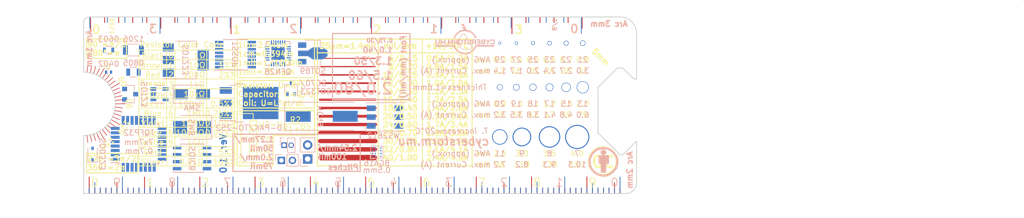
<source format=kicad_pcb>
(kicad_pcb (version 20171130) (host pcbnew "(5.1.2)-1")
  (title_block (title PCBrulerS) (date 2017-06-14) (rev 1.0) (company "(C) J. Boehmer (JBtronics)") (comment 1 "Licensed under CC BY 3.0"))
  (layers (0 F.Cu signal) (31 B.Cu signal) (34 B.Paste user) (35 F.Paste user) (36 B.SilkS user) (37 F.SilkS user) (38 B.Mask user) (39 F.Mask user) (44 Edge.Cuts user))
  (net 0 "")
  (module logo:minicyberstorm4 (layer B.Cu) (at 153.96 102.02 180)
    (fp_text reference G*** hide)
    (fp_text value LOGO hide)
  )
  (module PCBRulers:Symbol_CC-Attribution_SilkTop_Small (layer B.Cu) (at 179 124.25 180)
    (fp_text reference REF** hide)
    (fp_text value Symbol_CC-Attribution_CopperTop_Small)
  )
  (module PCBRulers:Symbol_CreativeCommons_SilkTop_Type2_Small (layer F.Cu) (at 178.75 124.25)
    (fp_text reference REF** hide)
    (fp_text value Symbol_CreativeCommons_CopperTop_Type2_Small)
  )
  (module Housings_BGA:BGA-16_4x4_1.92x1.92mm_Pitch0.5mm (layer B.Cu) (at 138 122.5)
    (fp_text reference BGA16 (at 0 2) (layer B.SilkS) (effects (justify mirror)))
    (fp_text value BGA-16_4x4_1.92x1.92mm_Pitch0.5mm)
    (pad D4 smd circle (at 0.75 -0.75) (size 0.25 0.25) (layers B.Cu B.Paste B.Mask))
    (pad C4 smd circle (at 0.75 -0.25) (size 0.25 0.25) (layers B.Cu B.Paste B.Mask))
    (pad B4 smd circle (at 0.75 0.25) (size 0.25 0.25) (layers B.Cu B.Paste B.Mask))
    (pad A4 smd circle (at 0.75 0.75) (size 0.25 0.25) (layers B.Cu B.Paste B.Mask))
    (pad D3 smd circle (at 0.25 -0.75) (size 0.25 0.25) (layers B.Cu B.Paste B.Mask))
    (pad C3 smd circle (at 0.25 -0.25) (size 0.25 0.25) (layers B.Cu B.Paste B.Mask))
    (pad B3 smd circle (at 0.25 0.25) (size 0.25 0.25) (layers B.Cu B.Paste B.Mask))
    (pad A3 smd circle (at 0.25 0.75) (size 0.25 0.25) (layers B.Cu B.Paste B.Mask))
    (pad D2 smd circle (at -0.25 -0.75) (size 0.25 0.25) (layers B.Cu B.Paste B.Mask))
    (pad C2 smd circle (at -0.25 -0.25) (size 0.25 0.25) (layers B.Cu B.Paste B.Mask))
    (pad B2 smd circle (at -0.25 0.25) (size 0.25 0.25) (layers B.Cu B.Paste B.Mask))
    (pad A2 smd circle (at -0.25 0.75) (size 0.25 0.25) (layers B.Cu B.Paste B.Mask))
    (pad D1 smd circle (at -0.75 -0.75) (size 0.25 0.25) (layers B.Cu B.Paste B.Mask))
    (pad C1 smd circle (at -0.75 -0.25) (size 0.25 0.25) (layers B.Cu B.Paste B.Mask))
    (pad B1 smd circle (at -0.75 0.25) (size 0.25 0.25) (layers B.Cu B.Paste B.Mask))
    (pad A1 smd circle (at -0.75 0.75) (size 0.25 0.25) (layers B.Cu B.Paste B.Mask))
  )
  (module LEDs:LED_WS2812-PLCC6 (layer B.Cu) (at 139.5 116.15)
    (fp_text reference WS2812 (at -0.3 3.39) (layer B.SilkS) (effects (justify mirror)))
    (fp_text value LED_WS2812-PLCC6)
    (pad 4 smd rect (at 2.5 -1.6) (size 1.6 1) (layers B.Cu B.Paste B.Mask))
    (pad 5 smd rect (at 2.5 0) (size 1.6 1) (layers B.Cu B.Paste B.Mask))
    (pad 6 smd rect (at 2.5 1.6) (size 1.6 1) (layers B.Cu B.Paste B.Mask))
    (pad 3 smd rect (at -2.5 -1.6) (size 1.6 1) (layers B.Cu B.Paste B.Mask))
    (pad 2 smd rect (at -2.5 0) (size 1.6 1) (layers B.Cu B.Paste B.Mask))
    (pad 1 smd rect (at -2.5 1.6) (size 1.6 1) (layers B.Cu B.Paste B.Mask))
  )
  (module TO_SOT_Packages_SMD:SOT-323_SC-70 (layer B.Cu) (at 122.5 111 90)
    (fp_text reference SC70/ (at 1 4 180) (layer B.SilkS) (effects (justify mirror)))
    (fp_text value SOT-323_SC-70)
    (pad 1 smd rect (at -1 0.65 180) (size 0.45 0.7) (layers B.Cu B.Paste B.Mask))
    (pad 2 smd rect (at -1 -0.65 180) (size 0.45 0.7) (layers B.Cu B.Paste B.Mask))
    (pad 3 smd rect (at 1 0 180) (size 0.45 0.7) (layers B.Cu B.Paste B.Mask))
  )
  (module TO_SOT_Packages_SMD:SOT-89-3 (layer B.Cu) (at 126 104.6)
    (fp_text reference SOT89 (at 0.45 3.2) (layer B.SilkS) (effects (justify mirror)))
    (fp_text value SOT-89-3)
    (pad 2 smd trapezoid (at 2.667 0 90) (size 1.6 0.85) (rect_delta 0 -0.6) (layers B.Cu B.Paste B.Mask))
    (pad 1 smd rect (at -1.48 1.5 90) (size 1 1.5) (layers B.Cu B.Paste B.Mask))
    (pad 2 smd rect (at -1.3335 0 90) (size 1 1.8) (layers B.Cu B.Paste B.Mask))
    (pad 3 smd rect (at -1.48 -1.5 90) (size 1 1.5) (layers B.Cu B.Paste B.Mask))
    (pad 2 smd rect (at 1.3335 0 90) (size 2.2 1.84) (layers B.Cu B.Paste B.Mask))
    (pad 2 smd trapezoid (at -0.0762 0 270) (size 1.5 1) (rect_delta 0 -0.7) (layers B.Cu B.Paste B.Mask))
  )
  (module Housings_DFN_QFN:QFN-28-1EP_4x4mm_Pitch0.4mm (layer B.Cu) (at 120.15 104.6)
    (fp_text reference QFN28 (at 0 3.35) (layer B.SilkS) (effects (justify mirror)))
    (fp_text value QFN-28-1EP_4x4mm_Pitch0.4mm)
    (pad 1 smd rect (at -1.95 1.2) (size 0.8 0.2) (layers B.Cu B.Paste B.Mask))
    (pad 2 smd rect (at -1.95 0.8) (size 0.8 0.2) (layers B.Cu B.Paste B.Mask))
    (pad 3 smd rect (at -1.95 0.4) (size 0.8 0.2) (layers B.Cu B.Paste B.Mask))
    (pad 4 smd rect (at -1.95 0) (size 0.8 0.2) (layers B.Cu B.Paste B.Mask))
    (pad 5 smd rect (at -1.95 -0.4) (size 0.8 0.2) (layers B.Cu B.Paste B.Mask))
    (pad 6 smd rect (at -1.95 -0.8) (size 0.8 0.2) (layers B.Cu B.Paste B.Mask))
    (pad 7 smd rect (at -1.95 -1.2) (size 0.8 0.2) (layers B.Cu B.Paste B.Mask))
    (pad 8 smd rect (at -1.2 -1.95 270) (size 0.8 0.2) (layers B.Cu B.Paste B.Mask))
    (pad 9 smd rect (at -0.8 -1.95 270) (size 0.8 0.2) (layers B.Cu B.Paste B.Mask))
    (pad 10 smd rect (at -0.4 -1.95 270) (size 0.8 0.2) (layers B.Cu B.Paste B.Mask))
    (pad 11 smd rect (at 0 -1.95 270) (size 0.8 0.2) (layers B.Cu B.Paste B.Mask))
    (pad 12 smd rect (at 0.4 -1.95 270) (size 0.8 0.2) (layers B.Cu B.Paste B.Mask))
    (pad 13 smd rect (at 0.8 -1.95 270) (size 0.8 0.2) (layers B.Cu B.Paste B.Mask))
    (pad 14 smd rect (at 1.2 -1.95 270) (size 0.8 0.2) (layers B.Cu B.Paste B.Mask))
    (pad 15 smd rect (at 1.95 -1.2) (size 0.8 0.2) (layers B.Cu B.Paste B.Mask))
    (pad 16 smd rect (at 1.95 -0.8) (size 0.8 0.2) (layers B.Cu B.Paste B.Mask))
    (pad 17 smd rect (at 1.95 -0.4) (size 0.8 0.2) (layers B.Cu B.Paste B.Mask))
    (pad 18 smd rect (at 1.95 0) (size 0.8 0.2) (layers B.Cu B.Paste B.Mask))
    (pad 19 smd rect (at 1.95 0.4) (size 0.8 0.2) (layers B.Cu B.Paste B.Mask))
    (pad 20 smd rect (at 1.95 0.8) (size 0.8 0.2) (layers B.Cu B.Paste B.Mask))
    (pad 21 smd rect (at 1.95 1.2) (size 0.8 0.2) (layers B.Cu B.Paste B.Mask))
    (pad 22 smd rect (at 1.2 1.95 270) (size 0.8 0.2) (layers B.Cu B.Paste B.Mask))
    (pad 23 smd rect (at 0.8 1.95 270) (size 0.8 0.2) (layers B.Cu B.Paste B.Mask))
    (pad 24 smd rect (at 0.4 1.95 270) (size 0.8 0.2) (layers B.Cu B.Paste B.Mask))
    (pad 25 smd rect (at 0 1.95 270) (size 0.8 0.2) (layers B.Cu B.Paste B.Mask))
    (pad 26 smd rect (at -0.4 1.95 270) (size 0.8 0.2) (layers B.Cu B.Paste B.Mask))
    (pad 27 smd rect (at -0.8 1.95 270) (size 0.8 0.2) (layers B.Cu B.Paste B.Mask))
    (pad 28 smd rect (at -1.2 1.95 270) (size 0.8 0.2) (layers B.Cu B.Paste B.Mask))
    (pad 29 smd rect (at 0.6 -0.6) (size 1.2 1.2) (layers B.Cu B.Paste B.Mask))
    (pad 29 smd rect (at 0.6 0.6) (size 1.2 1.2) (layers B.Cu B.Paste B.Mask))
    (pad 29 smd rect (at -0.6 -0.6) (size 1.2 1.2) (layers B.Cu B.Paste B.Mask))
    (pad 29 smd rect (at -0.6 0.6) (size 1.2 1.2) (layers B.Cu B.Paste B.Mask))
  )
  (module Housings_QFP:TQFP-32_7x7mm_Pitch0.8mm (layer B.Cu) (at 94.95 121)
    (fp_text reference TQFP32 (at 0.05 -2) (layer B.SilkS) (effects (justify mirror)))
    (fp_text value TQFP-32_7x7mm_Pitch0.8mm)
    (pad 1 smd rect (at -4.25 2.8) (size 1.6 0.55) (layers B.Cu B.Paste B.Mask))
    (pad 2 smd rect (at -4.25 2) (size 1.6 0.55) (layers B.Cu B.Paste B.Mask))
    (pad 3 smd rect (at -4.25 1.2) (size 1.6 0.55) (layers B.Cu B.Paste B.Mask))
    (pad 4 smd rect (at -4.25 0.4) (size 1.6 0.55) (layers B.Cu B.Paste B.Mask))
    (pad 5 smd rect (at -4.25 -0.4) (size 1.6 0.55) (layers B.Cu B.Paste B.Mask))
    (pad 6 smd rect (at -4.25 -1.2) (size 1.6 0.55) (layers B.Cu B.Paste B.Mask))
    (pad 7 smd rect (at -4.25 -2) (size 1.6 0.55) (layers B.Cu B.Paste B.Mask))
    (pad 8 smd rect (at -4.25 -2.8) (size 1.6 0.55) (layers B.Cu B.Paste B.Mask))
    (pad 9 smd rect (at -2.8 -4.25 270) (size 1.6 0.55) (layers B.Cu B.Paste B.Mask))
    (pad 10 smd rect (at -2 -4.25 270) (size 1.6 0.55) (layers B.Cu B.Paste B.Mask))
    (pad 11 smd rect (at -1.2 -4.25 270) (size 1.6 0.55) (layers B.Cu B.Paste B.Mask))
    (pad 12 smd rect (at -0.4 -4.25 270) (size 1.6 0.55) (layers B.Cu B.Paste B.Mask))
    (pad 13 smd rect (at 0.4 -4.25 270) (size 1.6 0.55) (layers B.Cu B.Paste B.Mask))
    (pad 14 smd rect (at 1.2 -4.25 270) (size 1.6 0.55) (layers B.Cu B.Paste B.Mask))
    (pad 15 smd rect (at 2 -4.25 270) (size 1.6 0.55) (layers B.Cu B.Paste B.Mask))
    (pad 16 smd rect (at 2.8 -4.25 270) (size 1.6 0.55) (layers B.Cu B.Paste B.Mask))
    (pad 17 smd rect (at 4.25 -2.8) (size 1.6 0.55) (layers B.Cu B.Paste B.Mask))
    (pad 18 smd rect (at 4.25 -2) (size 1.6 0.55) (layers B.Cu B.Paste B.Mask))
    (pad 19 smd rect (at 4.25 -1.2) (size 1.6 0.55) (layers B.Cu B.Paste B.Mask))
    (pad 20 smd rect (at 4.25 -0.4) (size 1.6 0.55) (layers B.Cu B.Paste B.Mask))
    (pad 21 smd rect (at 4.25 0.4) (size 1.6 0.55) (layers B.Cu B.Paste B.Mask))
    (pad 22 smd rect (at 4.25 1.2) (size 1.6 0.55) (layers B.Cu B.Paste B.Mask))
    (pad 23 smd rect (at 4.25 2) (size 1.6 0.55) (layers B.Cu B.Paste B.Mask))
    (pad 24 smd rect (at 4.25 2.8) (size 1.6 0.55) (layers B.Cu B.Paste B.Mask))
    (pad 25 smd rect (at 2.8 4.25 270) (size 1.6 0.55) (layers B.Cu B.Paste B.Mask))
    (pad 26 smd rect (at 2 4.25 270) (size 1.6 0.55) (layers B.Cu B.Paste B.Mask))
    (pad 27 smd rect (at 1.2 4.25 270) (size 1.6 0.55) (layers B.Cu B.Paste B.Mask))
    (pad 28 smd rect (at 0.4 4.25 270) (size 1.6 0.55) (layers B.Cu B.Paste B.Mask))
    (pad 29 smd rect (at -0.4 4.25 270) (size 1.6 0.55) (layers B.Cu B.Paste B.Mask))
    (pad 30 smd rect (at -1.2 4.25 270) (size 1.6 0.55) (layers B.Cu B.Paste B.Mask))
    (pad 31 smd rect (at -2 4.25 270) (size 1.6 0.55) (layers B.Cu B.Paste B.Mask))
    (pad 32 smd rect (at -2.8 4.25 270) (size 1.6 0.55) (layers B.Cu B.Paste B.Mask))
  )
  (module Housings_SOIC:SOIC-8_3.9x4.9mm_Pitch1.27mm (layer B.Cu) (at 104.6 123.6)
    (fp_text reference SOIC8 (at 0.05 0.05 90) (layer B.SilkS) (effects (justify mirror)))
    (fp_text value SOIC-8_3.9x4.9mm_Pitch1.27mm)
    (pad 1 smd rect (at -2.7 1.905) (size 1.55 0.6) (layers B.Cu B.Paste B.Mask))
    (pad 2 smd rect (at -2.7 0.635) (size 1.55 0.6) (layers B.Cu B.Paste B.Mask))
    (pad 3 smd rect (at -2.7 -0.635) (size 1.55 0.6) (layers B.Cu B.Paste B.Mask))
    (pad 4 smd rect (at -2.7 -1.905) (size 1.55 0.6) (layers B.Cu B.Paste B.Mask))
    (pad 5 smd rect (at 2.7 -1.905) (size 1.55 0.6) (layers B.Cu B.Paste B.Mask))
    (pad 6 smd rect (at 2.7 -0.635) (size 1.55 0.6) (layers B.Cu B.Paste B.Mask))
    (pad 7 smd rect (at 2.7 0.635) (size 1.55 0.6) (layers B.Cu B.Paste B.Mask))
    (pad 8 smd rect (at 2.7 1.905) (size 1.55 0.6) (layers B.Cu B.Paste B.Mask))
  )
  (module TO_SOT_Packages_SMD:TO-252-3_TabPin2 (layer B.Cu) (at 114.9 113.6)
    (fp_text reference D-PAK/TO-252 (at 0 4.5) (layer B.SilkS) (effects (justify mirror)))
    (fp_text value TO-252-3_TabPin2)
    (pad 1 smd rect (at -4.2 2.28) (size 2.2 1.2) (layers B.Cu B.Paste B.Mask))
    (pad 2 smd rect (at -4.2 0) (size 2.2 1.2) (layers B.Cu B.Paste B.Mask))
    (pad 3 smd rect (at -4.2 -2.28) (size 2.2 1.2) (layers B.Cu B.Paste B.Mask))
    (pad 2 smd rect (at 2.1 0) (size 6.4 5.8) (layers B.Cu B.Mask))
    (pad 2 smd rect (at 3.775 -1.525) (size 3.05 2.75) (layers B.Cu B.Paste))
    (pad 2 smd rect (at 0.425 1.525) (size 3.05 2.75) (layers B.Cu B.Paste))
    (pad 2 smd rect (at 3.775 1.525) (size 3.05 2.75) (layers B.Cu B.Paste))
    (pad 2 smd rect (at 0.425 -1.525) (size 3.05 2.75) (layers B.Cu B.Paste))
  )
  (module Crystals:Crystal_SMD_HC49-SD (layer B.Cu) (at 128.05 116)
    (fp_text reference HC49 (at -0.25 0 90) (layer B.SilkS) (effects (justify mirror)))
    (fp_text value Crystal_SMD_HC49-SD)
    (pad 1 smd rect (at -4.25 0) (size 4.5 2) (layers B.Cu B.Paste B.Mask))
    (pad 2 smd rect (at 4.25 0) (size 4.5 2) (layers B.Cu B.Paste B.Mask))
  )
  (module TO_SOT_Packages_SMD:SOT-23-5 (layer B.Cu) (at 98.7 112)
    (fp_text reference SOT23-5 hide)
    (fp_text value SOT-23-5)
    (pad 1 smd rect (at -1.1 0.95) (size 1.06 0.65) (layers B.Cu B.Paste B.Mask))
    (pad 2 smd rect (at -1.1 0) (size 1.06 0.65) (layers B.Cu B.Paste B.Mask))
    (pad 3 smd rect (at -1.1 -0.95) (size 1.06 0.65) (layers B.Cu B.Paste B.Mask))
    (pad 4 smd rect (at 1.1 -0.95) (size 1.06 0.65) (layers B.Cu B.Paste B.Mask))
    (pad 5 smd rect (at 1.1 0.95) (size 1.06 0.65) (layers B.Cu B.Paste B.Mask))
  )
  (module TO_SOT_Packages_SMD:SOT-23 (layer B.Cu) (at 93.4 112)
    (fp_text reference SOT23 (at 2.6 0 90) (layer B.SilkS) (effects (justify mirror)))
    (fp_text value SOT-23)
    (pad 1 smd rect (at -1 0.95) (size 0.9 0.8) (layers B.Cu B.Paste B.Mask))
    (pad 2 smd rect (at -1 -0.95) (size 0.9 0.8) (layers B.Cu B.Paste B.Mask))
    (pad 3 smd rect (at 1 0) (size 0.9 0.8) (layers B.Cu B.Paste B.Mask))
  )
  (module TO_SOT_Packages_SMD:SOT-223 (layer B.Cu) (at 103.45 105.8)
    (fp_text reference SOT223 (at 0 0 90) (layer B.SilkS) (effects (justify mirror)))
    (fp_text value SOT-223)
    (pad 4 smd rect (at 3.15 0) (size 2 3.8) (layers B.Cu B.Paste B.Mask))
    (pad 2 smd rect (at -3.15 0) (size 2 1.5) (layers B.Cu B.Paste B.Mask))
    (pad 3 smd rect (at -3.15 -2.3) (size 2 1.5) (layers B.Cu B.Paste B.Mask))
    (pad 1 smd rect (at -3.15 2.3) (size 2 1.5) (layers B.Cu B.Paste B.Mask))
  )
  (module Diodes_SMD:D_SMB (layer B.Cu) (at 104.6 118 180)
    (fp_text reference SMB (at 0 0 270) (layer B.SilkS) (effects (justify mirror)))
    (fp_text value D_SMB)
    (pad 1 smd rect (at -2.15 0 180) (size 2.5 2.3) (layers B.Cu B.Paste B.Mask))
    (pad 2 smd rect (at 2.15 0 180) (size 2.5 2.3) (layers B.Cu B.Paste B.Mask))
  )
  (module Diodes_SMD:D_SMA (layer B.Cu) (at 104.6 112)
    (fp_text reference SMA (at 0 2.5) (layer B.SilkS) (effects (justify mirror)))
    (fp_text value D_SMA)
    (pad 1 smd rect (at -2 0) (size 2.5 1.8) (layers B.Cu B.Paste B.Mask))
    (pad 2 smd rect (at 2 0) (size 2.5 1.8) (layers B.Cu B.Paste B.Mask))
  )
  (module Diodes_SMD:D_SOD-323 (layer B.Cu) (at 86.6 122.85 90)
    (fp_text reference SOD323 (at 0 1.85 90) (layer B.SilkS) (effects (justify mirror)))
    (fp_text value D_SOD-323)
    (pad 1 smd rect (at -1.05 0 90) (size 0.6 0.45) (layers B.Cu B.Paste B.Mask))
    (pad 2 smd rect (at 1.05 0 90) (size 0.6 0.45) (layers B.Cu B.Paste B.Mask))
  )
  (module PCBRulers:Drills (layer F.Cu) (at 165.25 98.75)
    (fp_text reference REF** hide)
    (fp_text value Drills hide)
    (fp_text user "T. increase=20°C" (at -13.66 19.92) (layer B.SilkS) (effects (font (thickness 0.15) italic) (justify mirror)))
    (fp_text user Thickness=1.6mm (at -14 12) (layer B.SilkS) (effects (font (thickness 0.15) italic) (justify mirror)))
    (fp_text user "max. Current (A)" (at -13 26) (layer B.SilkS) (effects (justify mirror)))
    (fp_text user "max. Current (A)" (at -13 17) (layer B.SilkS) (effects (justify mirror)))
    (fp_text user 10.3 (at 9 26) (layer B.SilkS) (effects (justify mirror)))
    (fp_text user 9.3 (at 4 26) (layer B.SilkS) (effects (justify mirror)))
    (fp_text user 6.0 (at 10 17) (layer B.SilkS) (effects (justify mirror)))
    (fp_text user 8.2 (at -1 26) (layer B.SilkS) (effects (justify mirror)))
    (fp_text user 7.2 (at -5 26) (layer B.SilkS) (effects (justify mirror)))
    (fp_text user 4.8 (at 7 17) (layer B.SilkS) (effects (justify mirror)))
    (fp_text user 4.1 (at 4 17) (layer B.SilkS) (effects (justify mirror)))
    (fp_text user 3.8 (at 1 17) (layer B.SilkS) (effects (justify mirror)))
    (fp_text user 3.5 (at -2 17) (layer B.SilkS) (effects (justify mirror)))
    (fp_text user 3.2 (at -5 17) (layer B.SilkS) (effects (justify mirror)))
    (fp_text user 3.0 (at 10 9) (layer B.SilkS) (effects (justify mirror)))
    (fp_text user 2.7 (at 7 9) (layer B.SilkS) (effects (justify mirror)))
    (fp_text user 2.4 (at 4 9) (layer B.SilkS) (effects (justify mirror)))
    (fp_text user 2.0 (at 1 9) (layer B.SilkS) (effects (justify mirror)))
    (fp_text user 1.7 (at -2 9) (layer B.SilkS) (effects (justify mirror)))
    (fp_text user 1.4 (at -5 9) (layer B.SilkS) (effects (justify mirror)))
    (fp_text user "max. Current (A)" (at -13 9) (layer B.SilkS) (effects (justify mirror)))
    (fp_text user 11 (at -5 24) (layer B.SilkS) (effects (justify mirror)))
    (fp_text user 9 (at -1 24) (layer B.SilkS) (effects (justify mirror)))
    (fp_text user 8 (at 4 24) (layer B.SilkS) (effects (justify mirror)))
    (fp_text user 7 (at 9 24) (layer B.SilkS) (effects (justify mirror)))
    (fp_text user "AWG (approx.)" (at -12 24) (layer B.SilkS) (effects (justify mirror)))
    (fp_text user 20 (at -5 15) (layer B.SilkS) (effects (justify mirror)))
    (fp_text user 19 (at -2 15) (layer B.SilkS) (effects (justify mirror)))
    (fp_text user 18 (at 1 15) (layer B.SilkS) (effects (justify mirror)))
    (fp_text user 17 (at 4 15) (layer B.SilkS) (effects (justify mirror)))
    (fp_text user 15 (at 7 15) (layer B.SilkS) (effects (justify mirror)))
    (fp_text user 13 (at 10 15) (layer B.SilkS) (effects (justify mirror)))
    (fp_text user "AWG (approx.)" (at -12 15) (layer B.SilkS) (effects (justify mirror)))
    (fp_text user 29 (at -5 7) (layer B.SilkS) (effects (justify mirror)))
    (fp_text user 27 (at -2 7) (layer B.SilkS) (effects (justify mirror)))
    (fp_text user 25 (at 1 7) (layer B.SilkS) (effects (justify mirror)))
    (fp_text user 23 (at 4 7) (layer B.SilkS) (effects (justify mirror)))
    (fp_text user 22 (at 7 7) (layer B.SilkS) (effects (justify mirror)))
    (fp_text user 21 (at 10 7) (layer B.SilkS) (effects (justify mirror)))
    (fp_text user "AWG (approx.)" (at -12 7) (layer B.SilkS) (effects (justify mirror)))
    (fp_text user mm (at -8 15) (layer F.SilkS))
    (fp_text user mil (at -8 17) (layer F.SilkS))
    (fp_text user 157 (at 9 26) (layer F.SilkS))
    (fp_text user 4.0 (at 9 24) (layer F.SilkS))
    (fp_text user 138 (at 4 26) (layer F.SilkS))
    (fp_text user 3.5 (at 4 24) (layer F.SilkS))
    (fp_text user 118 (at -1 26) (layer F.SilkS))
    (fp_text user 3.0 (at -1 24) (layer F.SilkS))
    (fp_text user 98 (at -5 26) (layer F.SilkS))
    (fp_text user 2.5 (at -5 24) (layer F.SilkS))
    (fp_text user 2.0 (at 10 15) (layer F.SilkS))
    (fp_text user 79 (at 10 17) (layer F.SilkS))
    (fp_text user 1.5 (at 7 15) (layer F.SilkS))
    (fp_text user 59 (at 7 17) (layer F.SilkS))
    (fp_text user 1.2 (at 4 15) (layer F.SilkS))
    (fp_text user 47 (at 4 17) (layer F.SilkS))
    (fp_text user 1.1 (at 1 15) (layer F.SilkS))
    (fp_text user 43 (at 1 17) (layer F.SilkS))
    (fp_text user mm (at -8 24) (layer F.SilkS))
    (fp_text user mil (at -8 26) (layer F.SilkS))
    (fp_text user 1.0 (at -2 15) (layer F.SilkS))
    (fp_text user 39 (at -2 17) (layer F.SilkS))
    (fp_text user 35 (at -5 17) (layer F.SilkS))
    (fp_text user 0.9 (at -5 15) (layer F.SilkS))
    (fp_text user 31 (at 10 9) (layer F.SilkS))
    (fp_text user 0.8 (at 10 7) (layer F.SilkS))
    (fp_text user 0.7 (at 7 7) (layer F.SilkS))
    (fp_text user 28 (at 7 9) (layer F.SilkS))
    (fp_text user 0.6 (at 4 7) (layer F.SilkS))
    (fp_text user 24 (at 4 9) (layer F.SilkS))
    (fp_text user 0.5 (at 1 7) (layer F.SilkS))
    (fp_text user 20 (at 1 9) (layer F.SilkS))
    (fp_text user 0.4 (at -2 7) (layer F.SilkS))
    (fp_text user 16 (at -2 9) (layer F.SilkS))
    (fp_text user 12 (at -5 9) (layer F.SilkS))
    (fp_text user 0.3 (at -5 7) (layer F.SilkS))
    (fp_text user mil (at -8 9) (layer F.SilkS))
    (fp_text user mm (at -8 7) (layer F.SilkS))
    (pad "" np_thru_hole circle (at 9 21) (size 4.4 4.4) (drill 4) (layers B.Cu B.Mask))
    (pad "" np_thru_hole circle (at 4 21) (size 3.9 3.9) (drill 3.5) (layers B.Cu B.Mask))
    (pad "" np_thru_hole circle (at 1 12) (size 1.3 1.3) (drill 1.1) (layers B.Cu B.Mask))
    (pad "" np_thru_hole circle (at -2 12) (size 1.2 1.2) (drill 1) (layers B.Cu B.Mask))
    (pad "" np_thru_hole circle (at -1 21) (size 3.4 3.4) (drill 3) (layers B.Cu B.Mask))
    (pad "" np_thru_hole circle (at -5 21) (size 2.8 2.8) (drill 2.5) (layers B.Cu B.Mask))
    (pad "" np_thru_hole circle (at 10 12) (size 2.2 2.2) (drill 2) (layers B.Cu B.Mask))
    (pad "" np_thru_hole circle (at 7 12) (size 1.7 1.7) (drill 1.5) (layers B.Cu B.Mask))
    (pad "" np_thru_hole circle (at 4 12) (size 1.4 1.4) (drill 1.2) (layers B.Cu B.Mask))
    (pad "" np_thru_hole circle (at -5 12) (size 1.1 1.1) (drill 0.9) (layers B.Cu B.Mask))
    (pad "" np_thru_hole circle (at 10 4) (size 1 1) (drill 0.8) (layers B.Cu B.Mask))
    (pad "" np_thru_hole circle (at 7 4) (size 0.9 0.9) (drill 0.7) (layers B.Cu B.Mask))
    (pad "" np_thru_hole circle (at 4 4) (size 0.8 0.8) (drill 0.6) (layers B.Cu B.Mask))
    (pad "" np_thru_hole circle (at 1 4) (size 0.7 0.7) (drill 0.5) (layers B.Cu B.Mask))
    (pad "" np_thru_hole circle (at -2 4) (size 0.6 0.6) (drill 0.4) (layers B.Cu B.Mask))
    (pad "" np_thru_hole circle (at -5 4) (size 0.5 0.5) (drill 0.3048) (layers B.Cu B.Mask))
  )
  (module Housings_SSOP:TSSOP-16_4.4x5mm_Pitch0.65mm (layer B.Cu) (at 112.45 104.825)
    (fp_text reference TSSOP (at 0 0 90) (layer B.SilkS) (effects (justify mirror)))
    (fp_text value TSSOP-16_4.4x5mm_Pitch0.65mm)
    (pad 1 smd rect (at -2.95 2.275) (size 1.5 0.45) (layers B.Cu B.Paste B.Mask))
    (pad 2 smd rect (at -2.95 1.625) (size 1.5 0.45) (layers B.Cu B.Paste B.Mask))
    (pad 3 smd rect (at -2.95 0.975) (size 1.5 0.45) (layers B.Cu B.Paste B.Mask))
    (pad 4 smd rect (at -2.95 0.325) (size 1.5 0.45) (layers B.Cu B.Paste B.Mask))
    (pad 5 smd rect (at -2.95 -0.325) (size 1.5 0.45) (layers B.Cu B.Paste B.Mask))
    (pad 6 smd rect (at -2.95 -0.975) (size 1.5 0.45) (layers B.Cu B.Paste B.Mask))
    (pad 7 smd rect (at -2.95 -1.625) (size 1.5 0.45) (layers B.Cu B.Paste B.Mask))
    (pad 8 smd rect (at -2.95 -2.275) (size 1.5 0.45) (layers B.Cu B.Paste B.Mask))
    (pad 9 smd rect (at 2.95 -2.275) (size 1.5 0.45) (layers B.Cu B.Paste B.Mask))
    (pad 10 smd rect (at 2.95 -1.625) (size 1.5 0.45) (layers B.Cu B.Paste B.Mask))
    (pad 11 smd rect (at 2.95 -0.975) (size 1.5 0.45) (layers B.Cu B.Paste B.Mask))
    (pad 12 smd rect (at 2.95 -0.325) (size 1.5 0.45) (layers B.Cu B.Paste B.Mask))
    (pad 13 smd rect (at 2.95 0.325) (size 1.5 0.45) (layers B.Cu B.Paste B.Mask))
    (pad 14 smd rect (at 2.95 0.975) (size 1.5 0.45) (layers B.Cu B.Paste B.Mask))
    (pad 15 smd rect (at 2.95 1.625) (size 1.5 0.45) (layers B.Cu B.Paste B.Mask))
    (pad 16 smd rect (at 2.95 2.275) (size 1.5 0.45) (layers B.Cu B.Paste B.Mask))
  )
  (module Resistors_SMD:R_0402 (layer B.Cu) (at 89.5 108)
    (fp_text reference 0402 (at 0 -1.5) (layer B.SilkS) (effects (justify mirror)))
    (fp_text value R_0402)
    (pad 1 smd rect (at -0.45 0) (size 0.4 0.6) (layers B.Cu B.Paste B.Mask))
    (pad 2 smd rect (at 0.45 0) (size 0.4 0.6) (layers B.Cu B.Paste B.Mask))
  )
  (module Resistors_SMD:R_0603 (layer B.Cu) (at 89.5 104)
    (fp_text reference 0603 (at 0 -2) (layer B.SilkS) (effects (justify mirror)))
    (fp_text value R_0603)
    (pad 1 smd rect (at -0.75 0) (size 0.5 0.9) (layers B.Cu B.Paste B.Mask))
    (pad 2 smd rect (at 0.75 0) (size 0.5 0.9) (layers B.Cu B.Paste B.Mask))
  )
  (module Resistors_SMD:R_0805 (layer B.Cu) (at 94 108 180)
    (fp_text reference 0805 (at 0 1.65 180) (layer B.SilkS) (effects (justify mirror)))
    (fp_text value R_0805)
    (pad 1 smd rect (at -0.95 0 180) (size 0.7 1.3) (layers B.Cu B.Paste B.Mask))
    (pad 2 smd rect (at 0.95 0 180) (size 0.7 1.3) (layers B.Cu B.Paste B.Mask))
  )
  (module Resistors_SMD:R_1206 (layer B.Cu) (at 94 104 180)
    (fp_text reference 1206 (at 0 2 180) (layer B.SilkS) (effects (justify mirror)))
    (fp_text value R_1206 hide)
    (pad 1 smd rect (at -1.45 0 180) (size 0.9 1.7) (layers B.Cu B.Paste B.Mask))
    (pad 2 smd rect (at 1.45 0 180) (size 0.9 1.7) (layers B.Cu B.Paste B.Mask))
  )
  (module PCBRulers:Pitch2.00mm (layer B.Cu) (at 120.75 124 270)
    (fp_text reference REF** hide)
    (fp_text value Pin_Header_Straight_1x02_Pitch2.00mm hide)
    (pad 2 thru_hole oval (at 0 -2 270) (size 1.35 1.35) (drill 0.8) (layers *.Cu *.Mask))
    (pad 1 thru_hole rect (at 0 0 270) (size 1.35 1.35) (drill 0.8) (layers *.Cu *.Mask))
  )
  (module PCBRulers:Pitch1.27mm (layer B.Cu) (at 121.25 121.25 270)
    (fp_text reference REF** hide)
    (fp_text value Pin_Header_Straight_1x02_Pitch1.27mm hide)
    (pad 2 thru_hole oval (at 0 -1.27 270) (size 1 1) (drill 0.65) (layers *.Cu *.Mask))
    (pad 1 thru_hole rect (at 0 0 270) (size 1 1) (drill 0.65) (layers *.Cu *.Mask))
  )
  (module PCBRulers:Pitch2.54mm (layer B.Cu) (at 125.5 123.75)
    (fp_text reference REF** hide)
    (fp_text value Pin_Header_Straight_1x02_Pitch2.54mm hide)
    (pad 2 thru_hole oval (at 0 -2.54) (size 1.7 1.7) (drill 1) (layers *.Cu *.Mask))
    (pad 1 thru_hole rect (at 0 0) (size 1.7 1.7) (drill 1) (layers *.Cu *.Mask))
  )
  (module PCBRulers:Metric_Ruler_96mm (layer F.Cu) (at 93 126)
    (fp_text reference REF** hide)
    (fp_text value Metric_Ruler_90mm hide)
    (fp_line (start 89 4) (end 89 3) (layer F.Cu) (width 0.15))
    (fp_line (start 88 4) (end 88 2) (layer F.Cu) (width 0.15))
    (fp_line (start 84 4) (end 84 3) (layer F.Cu) (width 0.15))
    (fp_line (start 85 4) (end 85 3) (layer F.Cu) (width 0.15))
    (fp_line (start 86 4) (end 86 3) (layer F.Cu) (width 0.15))
    (fp_line (start 87 4) (end 87 3) (layer F.Cu) (width 0.15))
    (fp_line (start 81 4) (end 81 3) (layer F.Cu) (width 0.15))
    (fp_line (start 80 4) (end 80 3) (layer F.Cu) (width 0.15))
    (fp_line (start 78 4) (end 78 2) (layer F.Cu) (width 0.15))
    (fp_line (start 79 4) (end 79 3) (layer F.Cu) (width 0.15))
    (fp_line (start 83 4) (end 83 1) (layer F.Cu) (width 0.15))
    (fp_line (start 76 4) (end 76 3) (layer F.Cu) (width 0.15))
    (fp_line (start 74 4) (end 74 3) (layer F.Cu) (width 0.15))
    (fp_line (start 75 4) (end 75 3) (layer F.Cu) (width 0.15))
    (fp_line (start 82 4) (end 82 3) (layer F.Cu) (width 0.15))
    (fp_line (start 77 4) (end 77 3) (layer F.Cu) (width 0.15))
    (fp_text user 9 (at 84 2) (layer F.SilkS) (effects (font (size 1.5 1.5))))
    (fp_text user 8 (at 74 2) (layer F.SilkS) (effects (font (size 1.5 1.5))))
    (fp_text user 7 (at 64 2) (layer F.SilkS) (effects (font (size 1.5 1.5))))
    (fp_text user 6 (at 54 2) (layer F.SilkS) (effects (font (size 1.5 1.5))))
    (fp_text user 5 (at 44 2) (layer F.SilkS) (effects (font (size 1.5 1.5))))
    (fp_text user 4 (at 34 2) (layer F.SilkS) (effects (font (size 1.5 1.5))))
    (fp_text user 3 (at 24 2) (layer F.SilkS) (effects (font (size 1.5 1.5))))
    (fp_text user 2 (at 14 2) (layer F.SilkS) (effects (font (size 1.5 1.5))))
    (fp_text user 1 (at 4 2) (layer F.SilkS) (effects (font (size 1.5 1.5))))
    (fp_text user 0 (at -6 2) (layer F.SilkS) (effects (font (size 1.5 1.5))))
    (fp_line (start 64 4) (end 64 3) (layer F.Cu) (width 0.15))
    (fp_line (start 65 4) (end 65 3) (layer F.Cu) (width 0.15))
    (fp_line (start 70 4) (end 70 3) (layer F.Cu) (width 0.15))
    (fp_line (start 68 4) (end 68 2) (layer F.Cu) (width 0.15))
    (fp_line (start 73 4) (end 73 1) (layer F.Cu) (width 0.15))
    (fp_line (start 72 4) (end 72 3) (layer F.Cu) (width 0.15))
    (fp_line (start 66 4) (end 66 3) (layer F.Cu) (width 0.15))
    (fp_line (start 69 4) (end 69 3) (layer F.Cu) (width 0.15))
    (fp_line (start 67 4) (end 67 3) (layer F.Cu) (width 0.15))
    (fp_line (start 71 4) (end 71 3) (layer F.Cu) (width 0.15))
    (fp_line (start 56 4) (end 56 3) (layer F.Cu) (width 0.15))
    (fp_line (start 54 4) (end 54 3) (layer F.Cu) (width 0.15))
    (fp_line (start 61 4) (end 61 3) (layer F.Cu) (width 0.15))
    (fp_line (start 57 4) (end 57 3) (layer F.Cu) (width 0.15))
    (fp_line (start 60 4) (end 60 3) (layer F.Cu) (width 0.15))
    (fp_line (start 55 4) (end 55 3) (layer F.Cu) (width 0.15))
    (fp_line (start 58 4) (end 58 2) (layer F.Cu) (width 0.15))
    (fp_line (start 63 4) (end 63 1) (layer F.Cu) (width 0.15))
    (fp_line (start 59 4) (end 59 3) (layer F.Cu) (width 0.15))
    (fp_line (start 62 4) (end 62 3) (layer F.Cu) (width 0.15))
    (fp_line (start 48 4) (end 48 2) (layer F.Cu) (width 0.15))
    (fp_line (start 51 4) (end 51 3) (layer F.Cu) (width 0.15))
    (fp_line (start 44 4) (end 44 3) (layer F.Cu) (width 0.15))
    (fp_line (start 47 4) (end 47 3) (layer F.Cu) (width 0.15))
    (fp_line (start 50 4) (end 50 3) (layer F.Cu) (width 0.15))
    (fp_line (start 45 4) (end 45 3) (layer F.Cu) (width 0.15))
    (fp_line (start 53 4) (end 53 1) (layer F.Cu) (width 0.15))
    (fp_line (start 52 4) (end 52 3) (layer F.Cu) (width 0.15))
    (fp_line (start 49 4) (end 49 3) (layer F.Cu) (width 0.15))
    (fp_line (start 46 4) (end 46 3) (layer F.Cu) (width 0.15))
    (fp_line (start 42 4) (end 42 3) (layer F.Cu) (width 0.15))
    (fp_line (start 39 4) (end 39 3) (layer F.Cu) (width 0.15))
    (fp_line (start 41 4) (end 41 3) (layer F.Cu) (width 0.15))
    (fp_line (start 38 4) (end 38 2) (layer F.Cu) (width 0.15))
    (fp_line (start 36 4) (end 36 3) (layer F.Cu) (width 0.15))
    (fp_line (start 37 4) (end 37 3) (layer F.Cu) (width 0.15))
    (fp_line (start 34 4) (end 34 3) (layer F.Cu) (width 0.15))
    (fp_line (start 40 4) (end 40 3) (layer F.Cu) (width 0.15))
    (fp_line (start 35 4) (end 35 3) (layer F.Cu) (width 0.15))
    (fp_line (start 43 4) (end 43 1) (layer F.Cu) (width 0.15))
    (fp_line (start 24 4) (end 24 3) (layer F.Cu) (width 0.15))
    (fp_line (start 25 4) (end 25 3) (layer F.Cu) (width 0.15))
    (fp_line (start 30 4) (end 30 3) (layer F.Cu) (width 0.15))
    (fp_line (start 33 4) (end 33 1) (layer F.Cu) (width 0.15))
    (fp_line (start 32 4) (end 32 3) (layer F.Cu) (width 0.15))
    (fp_line (start 29 4) (end 29 3) (layer F.Cu) (width 0.15))
    (fp_line (start 31 4) (end 31 3) (layer F.Cu) (width 0.15))
    (fp_line (start 28 4) (end 28 2) (layer F.Cu) (width 0.15))
    (fp_line (start 26 4) (end 26 3) (layer F.Cu) (width 0.15))
    (fp_line (start 27 4) (end 27 3) (layer F.Cu) (width 0.15))
    (fp_line (start 20 4) (end 20 3) (layer F.Cu) (width 0.15))
    (fp_line (start 22 4) (end 22 3) (layer F.Cu) (width 0.15))
    (fp_line (start 21 4) (end 21 3) (layer F.Cu) (width 0.15))
    (fp_line (start 19 4) (end 19 3) (layer F.Cu) (width 0.15))
    (fp_line (start 23 4) (end 23 1) (layer F.Cu) (width 0.15))
    (fp_line (start 18 4) (end 18 2) (layer F.Cu) (width 0.15))
    (fp_line (start 14 4) (end 14 3) (layer F.Cu) (width 0.15))
    (fp_line (start 15 4) (end 15 3) (layer F.Cu) (width 0.15))
    (fp_line (start 17 4) (end 17 3) (layer F.Cu) (width 0.15))
    (fp_line (start 16 4) (end 16 3) (layer F.Cu) (width 0.15))
    (fp_line (start 11 4) (end 11 3) (layer F.Cu) (width 0.15))
    (fp_line (start 10 4) (end 10 3) (layer F.Cu) (width 0.15))
    (fp_line (start 13 4) (end 13 1) (layer F.Cu) (width 0.15))
    (fp_line (start 12 4) (end 12 3) (layer F.Cu) (width 0.15))
    (fp_line (start 9 4) (end 9 3) (layer F.Cu) (width 0.15))
    (fp_line (start 5 4) (end 5 3) (layer F.Cu) (width 0.15))
    (fp_line (start 8 4) (end 8 2) (layer F.Cu) (width 0.15))
    (fp_line (start 7 4) (end 7 3) (layer F.Cu) (width 0.15))
    (fp_line (start 4 4) (end 4 3) (layer F.Cu) (width 0.15))
    (fp_line (start 6 4) (end 6 3) (layer F.Cu) (width 0.15))
    (fp_line (start -1 4) (end -1 3) (layer F.Cu) (width 0.15))
    (fp_line (start 0 4) (end 0 3) (layer F.Cu) (width 0.15))
    (fp_line (start 3 4) (end 3 1) (layer F.Cu) (width 0.15))
    (fp_line (start 1 4) (end 1 3) (layer F.Cu) (width 0.15))
    (fp_line (start 2 4) (end 2 3) (layer F.Cu) (width 0.15))
    (fp_line (start -2 4) (end -2 2) (layer F.Cu) (width 0.15))
    (fp_line (start -3 4) (end -3 3) (layer F.Cu) (width 0.15))
    (fp_line (start -4 4) (end -4 3) (layer F.Cu) (width 0.15))
    (fp_line (start -5 4) (end -5 3) (layer F.Cu) (width 0.15))
    (fp_line (start -6 4) (end -6 3) (layer F.Cu) (width 0.15))
    (fp_line (start -7 4) (end -7 1) (layer F.Cu) (width 0.15))
  )
  (module PCBRulers:Metric_Ruler_96mm (layer B.Cu) (at 175 126 180)
    (fp_text reference REF** hide)
    (fp_text value Metric_Ruler_90mm hide)
    (fp_line (start 89 -4) (end 89 -3) (layer B.Cu) (width 0.15))
    (fp_line (start 88 -4) (end 88 -2) (layer B.Cu) (width 0.15))
    (fp_line (start 84 -4) (end 84 -3) (layer B.Cu) (width 0.15))
    (fp_line (start 85 -4) (end 85 -3) (layer B.Cu) (width 0.15))
    (fp_line (start 86 -4) (end 86 -3) (layer B.Cu) (width 0.15))
    (fp_line (start 87 -4) (end 87 -3) (layer B.Cu) (width 0.15))
    (fp_line (start 81 -4) (end 81 -3) (layer B.Cu) (width 0.15))
    (fp_line (start 80 -4) (end 80 -3) (layer B.Cu) (width 0.15))
    (fp_line (start 78 -4) (end 78 -2) (layer B.Cu) (width 0.15))
    (fp_line (start 79 -4) (end 79 -3) (layer B.Cu) (width 0.15))
    (fp_line (start 83 -4) (end 83 -1) (layer B.Cu) (width 0.15))
    (fp_line (start 76 -4) (end 76 -3) (layer B.Cu) (width 0.15))
    (fp_line (start 74 -4) (end 74 -3) (layer B.Cu) (width 0.15))
    (fp_line (start 75 -4) (end 75 -3) (layer B.Cu) (width 0.15))
    (fp_line (start 82 -4) (end 82 -3) (layer B.Cu) (width 0.15))
    (fp_line (start 77 -4) (end 77 -3) (layer B.Cu) (width 0.15))
    (fp_text user 9 (at 84 -2 180) (layer B.SilkS) (effects (font (size 1.5 1.5)) (justify mirror)))
    (fp_text user 8 (at 74 -2 180) (layer B.SilkS) (effects (font (size 1.5 1.5)) (justify mirror)))
    (fp_text user 7 (at 64 -2 180) (layer B.SilkS) (effects (font (size 1.5 1.5)) (justify mirror)))
    (fp_text user 6 (at 54 -2 180) (layer B.SilkS) (effects (font (size 1.5 1.5)) (justify mirror)))
    (fp_text user 5 (at 44 -2 180) (layer B.SilkS) (effects (font (size 1.5 1.5)) (justify mirror)))
    (fp_text user 4 (at 34 -2 180) (layer B.SilkS) (effects (font (size 1.5 1.5)) (justify mirror)))
    (fp_text user 3 (at 24 -2 180) (layer B.SilkS) (effects (font (size 1.5 1.5)) (justify mirror)))
    (fp_text user 2 (at 14 -2 180) (layer B.SilkS) (effects (font (size 1.5 1.5)) (justify mirror)))
    (fp_text user 1 (at 4 -2 180) (layer B.SilkS) (effects (font (size 1.5 1.5)) (justify mirror)))
    (fp_text user 0 (at -6 -2 180) (layer B.SilkS) (effects (font (size 1.5 1.5)) (justify mirror)))
    (fp_line (start 64 -4) (end 64 -3) (layer B.Cu) (width 0.15))
    (fp_line (start 65 -4) (end 65 -3) (layer B.Cu) (width 0.15))
    (fp_line (start 70 -4) (end 70 -3) (layer B.Cu) (width 0.15))
    (fp_line (start 68 -4) (end 68 -2) (layer B.Cu) (width 0.15))
    (fp_line (start 73 -4) (end 73 -1) (layer B.Cu) (width 0.15))
    (fp_line (start 72 -4) (end 72 -3) (layer B.Cu) (width 0.15))
    (fp_line (start 66 -4) (end 66 -3) (layer B.Cu) (width 0.15))
    (fp_line (start 69 -4) (end 69 -3) (layer B.Cu) (width 0.15))
    (fp_line (start 67 -4) (end 67 -3) (layer B.Cu) (width 0.15))
    (fp_line (start 71 -4) (end 71 -3) (layer B.Cu) (width 0.15))
    (fp_line (start 56 -4) (end 56 -3) (layer B.Cu) (width 0.15))
    (fp_line (start 54 -4) (end 54 -3) (layer B.Cu) (width 0.15))
    (fp_line (start 61 -4) (end 61 -3) (layer B.Cu) (width 0.15))
    (fp_line (start 57 -4) (end 57 -3) (layer B.Cu) (width 0.15))
    (fp_line (start 60 -4) (end 60 -3) (layer B.Cu) (width 0.15))
    (fp_line (start 55 -4) (end 55 -3) (layer B.Cu) (width 0.15))
    (fp_line (start 58 -4) (end 58 -2) (layer B.Cu) (width 0.15))
    (fp_line (start 63 -4) (end 63 -1) (layer B.Cu) (width 0.15))
    (fp_line (start 59 -4) (end 59 -3) (layer B.Cu) (width 0.15))
    (fp_line (start 62 -4) (end 62 -3) (layer B.Cu) (width 0.15))
    (fp_line (start 48 -4) (end 48 -2) (layer B.Cu) (width 0.15))
    (fp_line (start 51 -4) (end 51 -3) (layer B.Cu) (width 0.15))
    (fp_line (start 44 -4) (end 44 -3) (layer B.Cu) (width 0.15))
    (fp_line (start 47 -4) (end 47 -3) (layer B.Cu) (width 0.15))
    (fp_line (start 50 -4) (end 50 -3) (layer B.Cu) (width 0.15))
    (fp_line (start 45 -4) (end 45 -3) (layer B.Cu) (width 0.15))
    (fp_line (start 53 -4) (end 53 -1) (layer B.Cu) (width 0.15))
    (fp_line (start 52 -4) (end 52 -3) (layer B.Cu) (width 0.15))
    (fp_line (start 49 -4) (end 49 -3) (layer B.Cu) (width 0.15))
    (fp_line (start 46 -4) (end 46 -3) (layer B.Cu) (width 0.15))
    (fp_line (start 42 -4) (end 42 -3) (layer B.Cu) (width 0.15))
    (fp_line (start 39 -4) (end 39 -3) (layer B.Cu) (width 0.15))
    (fp_line (start 41 -4) (end 41 -3) (layer B.Cu) (width 0.15))
    (fp_line (start 38 -4) (end 38 -2) (layer B.Cu) (width 0.15))
    (fp_line (start 36 -4) (end 36 -3) (layer B.Cu) (width 0.15))
    (fp_line (start 37 -4) (end 37 -3) (layer B.Cu) (width 0.15))
    (fp_line (start 34 -4) (end 34 -3) (layer B.Cu) (width 0.15))
    (fp_line (start 40 -4) (end 40 -3) (layer B.Cu) (width 0.15))
    (fp_line (start 35 -4) (end 35 -3) (layer B.Cu) (width 0.15))
    (fp_line (start 43 -4) (end 43 -1) (layer B.Cu) (width 0.15))
    (fp_line (start 24 -4) (end 24 -3) (layer B.Cu) (width 0.15))
    (fp_line (start 25 -4) (end 25 -3) (layer B.Cu) (width 0.15))
    (fp_line (start 30 -4) (end 30 -3) (layer B.Cu) (width 0.15))
    (fp_line (start 33 -4) (end 33 -1) (layer B.Cu) (width 0.15))
    (fp_line (start 32 -4) (end 32 -3) (layer B.Cu) (width 0.15))
    (fp_line (start 29 -4) (end 29 -3) (layer B.Cu) (width 0.15))
    (fp_line (start 31 -4) (end 31 -3) (layer B.Cu) (width 0.15))
    (fp_line (start 28 -4) (end 28 -2) (layer B.Cu) (width 0.15))
    (fp_line (start 26 -4) (end 26 -3) (layer B.Cu) (width 0.15))
    (fp_line (start 27 -4) (end 27 -3) (layer B.Cu) (width 0.15))
    (fp_line (start 20 -4) (end 20 -3) (layer B.Cu) (width 0.15))
    (fp_line (start 22 -4) (end 22 -3) (layer B.Cu) (width 0.15))
    (fp_line (start 21 -4) (end 21 -3) (layer B.Cu) (width 0.15))
    (fp_line (start 19 -4) (end 19 -3) (layer B.Cu) (width 0.15))
    (fp_line (start 23 -4) (end 23 -1) (layer B.Cu) (width 0.15))
    (fp_line (start 18 -4) (end 18 -2) (layer B.Cu) (width 0.15))
    (fp_line (start 14 -4) (end 14 -3) (layer B.Cu) (width 0.15))
    (fp_line (start 15 -4) (end 15 -3) (layer B.Cu) (width 0.15))
    (fp_line (start 17 -4) (end 17 -3) (layer B.Cu) (width 0.15))
    (fp_line (start 16 -4) (end 16 -3) (layer B.Cu) (width 0.15))
    (fp_line (start 11 -4) (end 11 -3) (layer B.Cu) (width 0.15))
    (fp_line (start 10 -4) (end 10 -3) (layer B.Cu) (width 0.15))
    (fp_line (start 13 -4) (end 13 -1) (layer B.Cu) (width 0.15))
    (fp_line (start 12 -4) (end 12 -3) (layer B.Cu) (width 0.15))
    (fp_line (start 9 -4) (end 9 -3) (layer B.Cu) (width 0.15))
    (fp_line (start 5 -4) (end 5 -3) (layer B.Cu) (width 0.15))
    (fp_line (start 8 -4) (end 8 -2) (layer B.Cu) (width 0.15))
    (fp_line (start 7 -4) (end 7 -3) (layer B.Cu) (width 0.15))
    (fp_line (start 4 -4) (end 4 -3) (layer B.Cu) (width 0.15))
    (fp_line (start 6 -4) (end 6 -3) (layer B.Cu) (width 0.15))
    (fp_line (start -1 -4) (end -1 -3) (layer B.Cu) (width 0.15))
    (fp_line (start 0 -4) (end 0 -3) (layer B.Cu) (width 0.15))
    (fp_line (start 3 -4) (end 3 -1) (layer B.Cu) (width 0.15))
    (fp_line (start 1 -4) (end 1 -3) (layer B.Cu) (width 0.15))
    (fp_line (start 2 -4) (end 2 -3) (layer B.Cu) (width 0.15))
    (fp_line (start -2 -4) (end -2 -2) (layer B.Cu) (width 0.15))
    (fp_line (start -3 -4) (end -3 -3) (layer B.Cu) (width 0.15))
    (fp_line (start -4 -4) (end -4 -3) (layer B.Cu) (width 0.15))
    (fp_line (start -5 -4) (end -5 -3) (layer B.Cu) (width 0.15))
    (fp_line (start -6 -4) (end -6 -3) (layer B.Cu) (width 0.15))
    (fp_line (start -7 -4) (end -7 -1) (layer B.Cu) (width 0.15))
  )
  (module PCBRulers:Degree_Scale (layer F.Cu) (at 85 113.75)
    (fp_text reference REF** hide)
    (fp_text value Degree_Scale hide)
    (fp_text user 60 (at 7 -4.025 -60) (layer F.SilkS))
    (fp_text user 30 (at 4 -7.025 -30) (layer F.SilkS))
    (fp_text user 90 (at 8.25 -0.025 -90) (layer F.SilkS))
    (fp_line (start 5.403749 -1.762618) (end 6.700652 -2.183969) (layer F.Cu) (width 0.1))
    (fp_line (start 5.190623 2.30419) (end 6.436366 2.858817) (layer F.Cu) (width 0.1))
    (fp_line (start 2.311054 -5.197448) (end 2.86563 -6.443161) (layer F.Cu) (width 0.1))
    (fp_line (start 3.801919 -4.229282) (end 4.714345 -5.242605) (layer F.Cu) (width 0.1))
    (fp_line (start 4.596708 3.332875) (end 5.699901 4.134381) (layer F.Cu) (width 0.1))
    (fp_line (start 5.681839 -0.006846) (end 7.500028 -0.006846) (layer F.Cu) (width 0.1))
    (fp_line (start 4.222436 -3.8087) (end 5.235824 -4.721191) (layer F.Cu) (width 0.1))
    (fp_line (start 2.840935 -4.927409) (end 3.750027 -6.502043) (layer F.Cu) (width 0.1))
    (fp_line (start 5.650717 0.58705) (end 7.006882 0.729639) (layer F.Cu) (width 0.1))
    (fp_line (start 3.339708 -4.603554) (end 4.141232 -5.70674) (layer F.Cu) (width 0.1))
    (fp_line (start 4.596708 -3.346489) (end 5.699901 -4.148077) (layer F.Cu) (width 0.1))
    (fp_line (start 5.557691 1.174467) (end 6.891528 1.457977) (layer F.Cu) (width 0.1))
    (fp_line (start 1.181312 -5.564473) (end 1.464823 -6.898316) (layer F.Cu) (width 0.1))
    (fp_line (start 4.920621 2.83409) (end 6.495224 3.743182) (layer F.Cu) (width 0.1))
    (fp_line (start 5.190623 -2.317835) (end 6.436366 -2.872476) (layer F.Cu) (width 0.1))
    (fp_line (start 0.59396 -5.657543) (end 0.736484 -7.013707) (layer F.Cu) (width 0.1))
    (fp_line (start 5.650717 -0.600741) (end 7.006882 -0.743265) (layer F.Cu) (width 0.1))
    (fp_line (start 1.755773 -5.410595) (end 2.177188 -6.707428) (layer F.Cu) (width 0.1))
    (fp_line (start 5.403749 1.748953) (end 6.700652 2.170344) (layer F.Cu) (width 0.1))
    (fp_line (start 4.920621 -2.847717) (end 6.495224 -3.756809) (layer F.Cu) (width 0.1))
    (fp_line (start 5.557691 -1.188158) (end 6.891528 -1.471667) (layer F.Cu) (width 0.1))
    (fp_line (start 4.222436 3.795047) (end 5.235824 4.7075) (layer F.Cu) (width 0.1))
    (fp_line (start 2.311054 5.183784) (end 2.86563 6.429527) (layer F.Cu) (width 0.1))
    (fp_line (start 1.755773 5.39691) (end 2.177188 6.693788) (layer F.Cu) (width 0.1))
    (fp_line (start 2.840935 4.913783) (end 3.750027 6.488359) (layer F.Cu) (width 0.1))
    (fp_line (start 0.59396 5.643859) (end 0.736484 7.000043) (layer F.Cu) (width 0.1))
    (fp_line (start 3.801919 4.215585) (end 4.714345 5.228959) (layer F.Cu) (width 0.1))
    (fp_line (start 3.339708 4.589863) (end 4.141232 5.693069) (layer F.Cu) (width 0.1))
    (fp_line (start 1.181312 5.550826) (end 1.464823 6.884663) (layer F.Cu) (width 0.1))
  )
  (module PCBRulers:Inch_Ruler_3.5in_8 (layer B.Cu) (at 175 98 180)
    (fp_text reference REF** hide)
    (fp_text value Inch_Ruler_3.5in_8 hide)
    (fp_text user 1/8 (at 4.826 -1.397 90) (layer B.SilkS) (effects (font (size 0.75 0.75)) (justify mirror)))
    (fp_text user 3 (at 77.47 -2.159 180) (layer B.SilkS) (effects (font (size 1.5 1.5) (thickness 0.25)) (justify mirror)))
    (fp_text user 2 (at 52.07 -2.159 180) (layer B.SilkS) (effects (font (size 1.5 1.5) (thickness 0.25)) (justify mirror)))
    (fp_text user 1 (at 26.67 -2.159 180) (layer B.SilkS) (effects (font (size 1.5 1.5) (thickness 0.25)) (justify mirror)))
    (fp_text user 0 (at 1.27 -2.159 180) (layer B.SilkS) (effects (font (size 1.5 1.5) (thickness 0.25)) (justify mirror)))
    (fp_line (start 88.9 0) (end 88.9 -2) (layer B.Cu) (width 0.15))
    (fp_line (start 79.375 0) (end 79.375 -1) (layer B.Cu) (width 0.15))
    (fp_line (start 82.55 0) (end 82.55 -1) (layer B.Cu) (width 0.15))
    (fp_line (start 85.725 0) (end 85.725 -1) (layer B.Cu) (width 0.15))
    (fp_line (start 53.975 0) (end 53.975 -1) (layer B.Cu) (width 0.15))
    (fp_line (start 76.2 0) (end 76.2 -3) (layer B.Cu) (width 0.15))
    (fp_line (start 63.5 0) (end 63.5 -2) (layer B.Cu) (width 0.15))
    (fp_line (start 66.675 0) (end 66.675 -1) (layer B.Cu) (width 0.15))
    (fp_line (start 57.15 0) (end 57.15 -1) (layer B.Cu) (width 0.15))
    (fp_line (start 73.025 0) (end 73.025 -1) (layer B.Cu) (width 0.15))
    (fp_line (start 69.85 0) (end 69.85 -1) (layer B.Cu) (width 0.15))
    (fp_line (start 60.325 0) (end 60.325 -1) (layer B.Cu) (width 0.15))
    (fp_line (start 38.1 0) (end 38.1 -2) (layer B.Cu) (width 0.15))
    (fp_line (start 34.925 0) (end 34.925 -1) (layer B.Cu) (width 0.15))
    (fp_line (start 50.8 0) (end 50.8 -3) (layer B.Cu) (width 0.15))
    (fp_line (start 31.75 0) (end 31.75 -1) (layer B.Cu) (width 0.15))
    (fp_line (start 41.275 0) (end 41.275 -1) (layer B.Cu) (width 0.15))
    (fp_line (start 47.625 0) (end 47.625 -1) (layer B.Cu) (width 0.15))
    (fp_line (start 44.45 0) (end 44.45 -1) (layer B.Cu) (width 0.15))
    (fp_line (start 28.575 0) (end 28.575 -1) (layer B.Cu) (width 0.15))
    (fp_line (start 25.4 0) (end 25.4 -3) (layer B.Cu) (width 0.15))
    (fp_line (start 22.225 0) (end 22.225 -1) (layer B.Cu) (width 0.15))
    (fp_line (start 19.05 0) (end 19.05 -1) (layer B.Cu) (width 0.15))
    (fp_line (start 15.875 0) (end 15.875 -1) (layer B.Cu) (width 0.15))
    (fp_line (start 12.7 0) (end 12.7 -2) (layer B.Cu) (width 0.15))
    (fp_line (start 9.525 0) (end 9.525 -1) (layer B.Cu) (width 0.15))
    (fp_line (start 6.35 0) (end 6.35 -1) (layer B.Cu) (width 0.15))
    (fp_line (start 3.175 0) (end 3.175 -1) (layer B.Cu) (width 0.15))
    (fp_line (start 0 0) (end 0 -3) (layer B.Cu) (width 0.15))
  )
  (module Mounting_Holes:MountingHole_4mm (layer F.Cu) (at 181 103 270)
    (fp_text reference REF** hide)
    (fp_text value MountingHole_4mm hide)
    (pad "" np_thru_hole circle (at 0 0 270) (size 5 5) (drill 5) (layers *.Cu *.Mask))
  )
  (module PCBRulers:Voltage_Divider (layer F.Cu) (at 113.5 115.5)
    (fp_text reference REF** hide)
    (fp_text value "Voltage Divider" hide)
    (fp_text user R1+R2 (at 10.033 2.794) (layer F.SilkS))
    (fp_text user R2 (at 9.779 1.143) (layer F.SilkS))
    (fp_text user U2=U (at 5.334 2.032) (layer F.SilkS))
    (fp_text user U2 (at 3.937 6.5405) (layer F.SilkS))
    (fp_text user R2 (at 2.159 6.35 90) (layer F.SilkS) (effects (font (size 0.75 0.75))))
    (fp_text user R1 (at 2.159 2.54 90) (layer F.SilkS) (effects (font (size 0.75 0.75))))
    (fp_text user U (at 0.6985 4.572) (layer F.SilkS))
  )
  (module PCBRulers:Inch_Ruler_3.5in_10 (layer F.Cu) (at 86.25 98)
    (fp_text reference REF** hide)
    (fp_text value Inch_Ruler_3.5in_10 hide)
    (fp_text user 1/10 (at 3.81 1.651 90) (layer F.SilkS) (effects (font (size 0.75 0.75))))
    (fp_text user 0 (at 1.016 2.286) (layer F.SilkS) (effects (font (size 1.5 1.5) (thickness 0.25))))
    (fp_text user 3 (at 77.47 2.2987) (layer F.SilkS) (effects (font (size 1.5 1.5) (thickness 0.25))))
    (fp_text user 2 (at 51.816 2.2987) (layer F.SilkS) (effects (font (size 1.5 1.5) (thickness 0.25))))
    (fp_text user 1 (at 26.416 2.2987) (layer F.SilkS) (effects (font (size 1.5 1.5) (thickness 0.25))))
    (fp_line (start 86.36 0.0127) (end 86.36 1.0287) (layer F.Cu) (width 0.15))
    (fp_line (start 81.28 0.0127) (end 81.28 1.0287) (layer F.Cu) (width 0.15))
    (fp_line (start 78.74 0.0127) (end 78.74 1.0287) (layer F.Cu) (width 0.15))
    (fp_line (start 83.82 0.0127) (end 83.82 1.0287) (layer F.Cu) (width 0.15))
    (fp_line (start 88.9 0.0127) (end 88.9 2.0447) (layer F.Cu) (width 0.15))
    (fp_line (start 73.66 0.0127) (end 73.66 1.0287) (layer F.Cu) (width 0.15))
    (fp_line (start 66.04 0.0127) (end 66.04 1.0287) (layer F.Cu) (width 0.15))
    (fp_line (start 53.34 0.0127) (end 53.34 1.0287) (layer F.Cu) (width 0.15))
    (fp_line (start 58.42 0.0127) (end 58.42 1.0287) (layer F.Cu) (width 0.15))
    (fp_line (start 63.5 0.0127) (end 63.5 2.0447) (layer F.Cu) (width 0.15))
    (fp_line (start 60.96 0.0127) (end 60.96 1.0287) (layer F.Cu) (width 0.15))
    (fp_line (start 55.88 0.0127) (end 55.88 1.0287) (layer F.Cu) (width 0.15))
    (fp_line (start 76.2 0.0127) (end 76.2 3.0607) (layer F.Cu) (width 0.15))
    (fp_line (start 71.12 0.0127) (end 71.12 1.0287) (layer F.Cu) (width 0.15))
    (fp_line (start 68.58 0.0127) (end 68.58 1.0287) (layer F.Cu) (width 0.15))
    (fp_line (start 50.8 0.0127) (end 50.8 3.0607) (layer F.Cu) (width 0.15))
    (fp_line (start 40.64 0.0127) (end 40.64 1.0287) (layer F.Cu) (width 0.15))
    (fp_line (start 45.72 0.0127) (end 45.72 1.0287) (layer F.Cu) (width 0.15))
    (fp_line (start 43.18 0.0127) (end 43.18 1.0287) (layer F.Cu) (width 0.15))
    (fp_line (start 38.1 0.0127) (end 38.1 2.0447) (layer F.Cu) (width 0.15))
    (fp_line (start 48.26 0.0127) (end 48.26 1.0287) (layer F.Cu) (width 0.15))
    (fp_line (start 33.02 0.0127) (end 33.02 1.0287) (layer F.Cu) (width 0.15))
    (fp_line (start 30.48 0.0127) (end 30.48 1.0287) (layer F.Cu) (width 0.15))
    (fp_line (start 35.56 0.0127) (end 35.56 1.0287) (layer F.Cu) (width 0.15))
    (fp_line (start 27.94 0.0127) (end 27.94 1.0287) (layer F.Cu) (width 0.15))
    (fp_line (start 25.4 0.0127) (end 25.4 3.0607) (layer F.Cu) (width 0.15))
    (fp_line (start 15.24 0.0127) (end 15.24 1.0287) (layer F.Cu) (width 0.15))
    (fp_line (start 20.32 0.0127) (end 20.32 1.0287) (layer F.Cu) (width 0.15))
    (fp_line (start 17.78 0.0127) (end 17.78 1.0287) (layer F.Cu) (width 0.15))
    (fp_line (start 22.86 0.0127) (end 22.86 1.0287) (layer F.Cu) (width 0.15))
    (fp_line (start 12.7 0.0127) (end 12.7 2.0447) (layer F.Cu) (width 0.15))
    (fp_line (start 10.16 0.0127) (end 10.16 1.0287) (layer F.Cu) (width 0.15))
    (fp_line (start 7.62 0.0127) (end 7.62 1.0287) (layer F.Cu) (width 0.15))
    (fp_line (start 5.08 0.0127) (end 5.08 1.0287) (layer F.Cu) (width 0.15))
    (fp_line (start 2.54 0.0127) (end 2.54 1.0287) (layer F.Cu) (width 0.15))
    (fp_line (start 0 0.0127) (end 0 3.0607) (layer F.Cu) (width 0.15))
  )
  (module PCBRulers:Resistor_Table_small (layer F.Cu) (at 100 100.75)
    (fp_text reference REF** hide)
    (fp_text value Resistor_Table_small hide)
    (fp_text user "Resistor Color Code" (at 2.75 2.25) (layer F.SilkS))
    (fp_text user 0.05%% (at 9.75 18.25) (layer F.SilkS))
    (fp_text user 0.10%% (at 9.75 16.5) (layer F.SilkS))
    (fp_text user 0.25%% (at 9.75 14.75) (layer F.SilkS))
    (fp_text user 0.5%% (at 10.25 13) (layer F.SilkS))
    (fp_text user 5%% (at 11 21.75) (layer F.SilkS))
    (fp_text user 10%% (at 10.5 23.5) (layer F.SilkS))
    (fp_text user 2%% (at 11 7.75) (layer F.SilkS))
    (fp_text user 1%% (at 11 6) (layer F.SilkS))
    (fp_text user 0.01Ω (at 4.5 23.5) (layer F.SilkS))
    (fp_text user 0.1Ω (at 5 21.75) (layer F.SilkS))
    (fp_text user 1GΩ (at 5.25 20) (layer F.SilkS))
    (fp_text user 100MΩ (at 4.25 18.25) (layer F.SilkS))
    (fp_text user 10MΩ (at 4.75 16.5) (layer F.SilkS))
    (fp_text user 1MΩ (at 5.25 14.75) (layer F.SilkS))
    (fp_text user 100kΩ (at 4.5 13) (layer F.SilkS))
    (fp_text user 10kΩ (at 5 11.25) (layer F.SilkS))
    (fp_text user 1kΩ (at 5.5 9.5) (layer F.SilkS))
    (fp_text user 100Ω (at 5 7.75) (layer F.SilkS))
    (fp_text user 10Ω (at 5.5 6) (layer F.SilkS))
    (fp_text user 1Ω (at 6 4.25) (layer F.SilkS))
    (fp_text user 9 (at 0.75 20) (layer F.SilkS))
    (fp_text user 8 (at 0.75 18.25) (layer F.SilkS))
    (fp_text user 7 (at 0.75 16.5) (layer F.SilkS))
    (fp_text user 6 (at 0.75 14.75) (layer F.SilkS))
    (fp_text user 5 (at 0.75 13) (layer F.SilkS))
    (fp_text user 4 (at 0.75 11.25) (layer F.SilkS))
    (fp_text user 3 (at 0.75 9.5) (layer F.SilkS))
    (fp_text user 2 (at 0.75 7.75) (layer F.SilkS))
    (fp_text user 1 (at 0.75 6) (layer F.SilkS))
    (fp_text user 0 (at 0.75 4.25) (layer F.SilkS))
    (fp_text user Silver (at -2.5 23.5) (layer F.SilkS))
    (fp_text user Gold (at -2.5 21.75) (layer F.SilkS))
    (fp_text user Grey (at -2.5 18.25) (layer F.SilkS))
    (fp_text user White (at -2.5 20) (layer F.SilkS))
    (fp_text user Violet (at -2.5 16.5) (layer F.SilkS))
    (fp_text user Blue (at -2.5 14.75) (layer F.SilkS))
    (fp_text user Green (at -2.5 13) (layer F.SilkS))
    (fp_text user Yellow (at -2.5 11.25) (layer F.SilkS))
    (fp_text user Orange (at -2.5 9.25) (layer F.SilkS) (effects (font (size 0.9 0.9))))
    (fp_text user Red (at -2.5 7.75) (layer F.SilkS))
    (fp_text user Brown (at -2.5 6) (layer F.SilkS))
    (fp_text user Black (at -2.5 4.25) (layer F.SilkS))
  )
  (gr_text cyberstorm.mu (at 150.12 120.53) (layer B.SilkS) (effects (font (size 1.5 1.5) (thickness 0.3) italic) (justify mirror)))
  (gr_text "Ver. 1.0" (at 110.25 122.75 90) (layer B.Cu) (effects (font (size 1.2 1.2) (thickness 0.25)) (justify mirror)))
  (gr_text 0.5mm (at 138 125.75) (layer B.SilkS) (effects (font (size 1 1)) (justify mirror)))
  (gr_text SOT323 (at 127 111.5) (layer B.SilkS) (effects (font (size 1 1)) (justify mirror)))
  (gr_line (start 144 101) (end 144 101) (layer B.SilkS) (width 0.2))
  (gr_line (start 130 101) (end 144 101) (layer B.SilkS) (width 0.2))
  (gr_line (start 130 113) (end 130 101) (layer B.SilkS) (width 0.2))
  (gr_line (start 144 113) (end 130 113) (layer B.SilkS) (width 0.2))
  (gr_line (start 144 101) (end 144 113) (layer B.SilkS) (width 0.2))
  (gr_text 0.75/30 (at 141 102.25) (layer B.SilkS) (effects (font (size 0.75 0.75) (thickness 0.1875)) (justify left mirror)))
  (gr_text "Font (mm/mil)" (at 142.8 107 90) (layer B.SilkS) (effects (font (size 1 1) (thickness 0.25) italic) (justify mirror)))
  (gr_text 2.0/80 (at 141 111) (layer B.SilkS) (effects (font (size 2 2) (thickness 0.3)) (justify left mirror)))
  (gr_text 1.3/50 (at 141 106) (layer B.SilkS) (effects (font (size 1.3 1.3) (thickness 0.3)) (justify left mirror)))
  (gr_text 1.5/60 (at 141 108.6) (layer B.SilkS) (effects (font (size 1.5 1.5) (thickness 0.3)) (justify left mirror)))
  (gr_text 1.0/40 (at 141 104) (layer B.SilkS) (effects (font (size 1 1) (thickness 0.25)) (justify left mirror)))
  (gr_text "7x7mm\n0.7mm" (at 95 121.5) (layer B.SilkS) (effects (font (size 1 1)) (justify mirror)))
  (gr_line (start 87 107) (end 87 107) (layer B.SilkS) (width 0.2))
  (gr_line (start 96.5 101) (end 96.5 101) (layer B.SilkS) (width 0.2))
  (gr_text Pitches (at 132 125.25) (layer B.SilkS) (effects (font (size 1 1) (thickness 0.25) italic) (justify mirror)))
  (gr_line (start 112 126) (end 112 126) (layer B.SilkS) (width 0.2))
  (gr_line (start 112.5 126) (end 112 126) (layer B.SilkS) (width 0.2))
  (gr_line (start 112.5 119.25) (end 112.5 119.25) (layer B.SilkS) (width 0.2))
  (gr_line (start 112 119.25) (end 112.5 119.25) (layer B.SilkS) (width 0.2))
  (gr_line (start 112.5 119.25) (end 112.5 119.25) (layer B.SilkS) (width 0.2))
  (gr_line (start 135 119.25) (end 112.5 119.25) (layer B.SilkS) (width 0.2))
  (gr_line (start 135 119.75) (end 135 119.25) (layer B.SilkS) (width 0.2))
  (gr_line (start 135 126) (end 135 119.75) (layer B.SilkS) (width 0.2))
  (gr_line (start 112.5 126) (end 135 126) (layer B.SilkS) (width 0.2))
  (gr_line (start 112 119.25) (end 112 126) (layer B.SilkS) (width 0.2))
  (gr_text "2.0mm/\n79mil" (at 119.5 124.25) (layer B.SilkS) (effects (font (size 1 1) (thickness 0.25)) (justify left mirror)))
  (gr_text "1.27mm/\n50mil" (at 119.5 121) (layer B.SilkS) (effects (font (size 1 1) (thickness 0.25)) (justify left mirror)))
  (gr_text "2.54mm/\n100mil" (at 127.25 122.5) (layer B.SilkS) (effects (font (size 1 1) (thickness 0.25)) (justify right mirror)))
  (gr_text "Arc 1mm" (at 86 103.75 90) (layer B.SilkS) (effects (font (size 1 1) (thickness 0.25)) (justify mirror)))
  (gr_arc (start 86 99) (end 86 98) (angle -90) (layer Edge.Cuts) (width 0.15))
  (gr_text "Arc 2mm" (at 183.75 125.75 90) (layer B.SilkS) (effects (font (size 1 1) (thickness 0.25)) (justify mirror)))
  (gr_arc (start 183 128) (end 183 130) (angle -90) (layer Edge.Cuts) (width 0.15))
  (gr_line (start 85 119.5) (end 85 119.5) (layer Edge.Cuts) (width 0.15))
  (gr_text "150\n" (at 89.25 121 -150) (layer F.SilkS) (effects (font (size 1 1))))
  (gr_text 120 (at 92.25 118 -120) (layer F.SilkS) (effects (font (size 1 1))))
  (gr_text "Arc 3mm" (at 180 99.25) (layer B.SilkS) (effects (font (size 1 1) (thickness 0.25)) (justify mirror)))
  (gr_line (start 185 109) (end 185 101) (layer Edge.Cuts) (width 0.15))
  (gr_arc (start 182 101) (end 185 101) (angle -90) (layer Edge.Cuts) (width 0.15))
  (gr_text 5mm (at 178.5 105.25 -45) (layer F.SilkS) (effects (font (size 1 1) (thickness 0.25))))
  (gr_line (start 94.5 122.75) (end 94.5 122.75) (layer F.SilkS) (width 0.2))
  (gr_line (start 94.75 122.75) (end 94.5 122.75) (layer F.SilkS) (width 0.2))
  (gr_line (start 94.75 126.25) (end 94.75 122.75) (layer F.SilkS) (width 0.2))
  (gr_line (start 94.5 126.25) (end 94.75 126.25) (layer F.SilkS) (width 0.2))
  (gr_line (start 85.5 126.25) (end 94.5 126.25) (layer F.SilkS) (width 0.2))
  (gr_line (start 85.5 126) (end 85.5 126.25) (layer F.SilkS) (width 0.2))
  (gr_line (start 85.5 122.75) (end 85.5 126) (layer F.SilkS) (width 0.2))
  (gr_line (start 85.5 122.75) (end 94.5 122.75) (layer F.SilkS) (width 0.2))
  (gr_text "270°=3π/2\n360°=2π" (at 85.5 124.5) (layer F.SilkS) (effects (font (size 1 1) (thickness 0.2)) (justify left)))
  (gr_line (start 85.5 102) (end 85.5 102) (layer F.SilkS) (width 0.2))
  (gr_line (start 85.5 105.5) (end 85.5 102) (layer F.SilkS) (width 0.2))
  (gr_line (start 92.75 105.5) (end 85.5 105.5) (layer F.SilkS) (width 0.2))
  (gr_line (start 92.75 102) (end 92.75 105.5) (layer F.SilkS) (width 0.2))
  (gr_line (start 85.5 102) (end 92.75 102) (layer F.SilkS) (width 0.2))
  (gr_text "90°=π/2\n180°=π" (at 85.5 103.75) (layer F.SilkS) (effects (font (size 1 1) (thickness 0.2)) (justify left)))
  (gr_line (start 85 119.5) (end 85 119.5) (layer Edge.Cuts) (width 0.15))
  (gr_line (start 85 120.5) (end 85 119.5) (layer Edge.Cuts) (width 0.15))
  (gr_line (start 85 107) (end 85 107) (layer Edge.Cuts) (width 0.15))
  (gr_line (start 85 108) (end 85 107) (layer Edge.Cuts) (width 0.15))
  (gr_arc (start 85 113.75) (end 85 119.5) (angle -180) (layer Edge.Cuts) (width 0.15))
  (gr_line (start 85 130) (end 85 130) (layer Edge.Cuts) (width 0.15))
  (gr_line (start 85 120.5) (end 85 130) (layer Edge.Cuts) (width 0.15))
  (gr_line (start 185 128) (end 185 121) (layer Edge.Cuts) (width 0.15))
  (gr_line (start 181.5 107.25) (end 178 110.75) (layer Edge.Cuts) (width 0.15))
  (gr_line (start 182.5 107.25) (end 181.5 107.25) (layer Edge.Cuts) (width 0.15))
  (gr_line (start 184.5 109.25) (end 182.5 107.25) (layer Edge.Cuts) (width 0.15))
  (gr_line (start 185 109.25) (end 184.5 109.25) (layer Edge.Cuts) (width 0.15))
  (gr_line (start 178 110.75) (end 178 119) (layer Edge.Cuts) (width 0.15))
  (gr_line (start 178 119) (end 182 123) (layer Edge.Cuts) (width 0.15))
  (gr_line (start 182 123) (end 182.5 123) (layer Edge.Cuts) (width 0.15))
  (gr_line (start 182.5 123) (end 185 120.5) (layer Edge.Cuts) (width 0.15))
  (gr_line (start 185 120.5) (end 185 120.75) (layer Edge.Cuts) (width 0.15))
  (gr_line (start 185 121) (end 185 120.75) (layer Edge.Cuts) (width 0.15))
  (gr_line (start 185 120.75) (end 185 120.75) (layer Edge.Cuts) (width 0.15))
  (gr_line (start 185 109) (end 185 109.25) (layer Edge.Cuts) (width 0.15))
  (gr_line (start 146.25 102) (end 146.25 102) (layer F.SilkS) (width 0.2))
  (gr_line (start 146.25 125) (end 146.25 102) (layer F.SilkS) (width 0.2))
  (gr_line (start 138.25 125) (end 138.25 125) (layer F.SilkS) (width 0.2))
  (gr_line (start 138.25 102) (end 138.25 125) (layer F.SilkS) (width 0.2))
  (gr_line (start 127.25 104.5) (end 127.25 104.5) (layer F.SilkS) (width 0.2))
  (gr_line (start 155.25 104.5) (end 127.25 104.5) (layer F.SilkS) (width 0.2))
  (gr_text 35µm=1.4mil (at 132.75 103.25) (layer F.SilkS) (effects (font (size 1 1) (thickness 0.25) italic)))
  (gr_line (start 155.25 124.5) (end 155.25 124.5) (layer F.SilkS) (width 0.2))
  (gr_line (start 155.25 125) (end 155.25 124.5) (layer F.SilkS) (width 0.2))
  (gr_line (start 127.25 125) (end 155.25 125) (layer F.SilkS) (width 0.2))
  (gr_line (start 127.25 124.5) (end 127.25 125) (layer F.SilkS) (width 0.2))
  (gr_line (start 127.25 124.5) (end 127.25 124.5) (layer F.SilkS) (width 0.2))
  (gr_line (start 127.25 119.5) (end 127.25 124.5) (layer F.SilkS) (width 0.2))
  (gr_line (start 127.25 124.5) (end 127.25 124.5) (layer F.SilkS) (width 0.2))
  (gr_line (start 155.25 102) (end 155.25 124.5) (layer F.SilkS) (width 0.2))
  (gr_line (start 127.25 102) (end 155.25 102) (layer F.SilkS) (width 0.2))
  (gr_text 2.1A/4.1A (at 150.75 122) (layer F.SilkS) (effects (font (size 1 1) (thickness 0.25))))
  (gr_text 2.0A/4.0A (at 150.75 120.5) (layer F.SilkS) (effects (font (size 1 1) (thickness 0.25))))
  (gr_text 1.9A/3.8A (at 150.75 119) (layer F.SilkS) (effects (font (size 1 1) (thickness 0.25))))
  (gr_text 1.7A/3.4A (at 150.75 117.5) (layer F.SilkS) (effects (font (size 1 1) (thickness 0.25))))
  (gr_text 1.4A/2.8A (at 150.75 114.5) (layer F.SilkS) (effects (font (size 1 1) (thickness 0.25))))
  (gr_text 1.2A/2.5A (at 150.75 113) (layer F.SilkS) (effects (font (size 1 1) (thickness 0.25))))
  (gr_text 1.1A/2.3A (at 150.75 111.5) (layer F.SilkS) (effects (font (size 1 1) (thickness 0.25))))
  (gr_text 1.0A/2.0A (at 150.75 110) (layer F.SilkS) (effects (font (size 1 1) (thickness 0.25))))
  (gr_text 0.8A/1.5A (at 150.75 107) (layer F.SilkS) (effects (font (size 1 1) (thickness 0.25))))
  (gr_text 0.6A/1.2A (at 150.75 105.5) (layer F.SilkS) (effects (font (size 1 1) (thickness 0.25))))
  (gr_text 2.4A/4.9A (at 150.75 123.5) (layer F.SilkS) (effects (font (size 1 1) (thickness 0.25))))
  (gr_text +10/50°C (at 150.75 103.25) (layer F.SilkS) (effects (font (size 1 1) (thickness 0.25))))
  (gr_text 1.5A/3.0A (at 150.75 116) (layer F.SilkS) (effects (font (size 1 1) (thickness 0.25))))
  (gr_text 0.9A/1.8A (at 150.75 108.5) (layer F.SilkS) (effects (font (size 1 1) (thickness 0.25))))
  (gr_text 40/1.00 (at 142.25 123.5) (layer F.SilkS) (effects (font (size 1 1) (thickness 0.25))))
  (gr_text 32/0.80 (at 142.25 122) (layer F.SilkS) (effects (font (size 1 1) (thickness 0.25))))
  (gr_text 30/0.76 (at 142.25 120.5) (layer F.SilkS) (effects (font (size 1 1) (thickness 0.25))))
  (gr_text 28/0.70 (at 142.25 119) (layer F.SilkS) (effects (font (size 1 1) (thickness 0.25))))
  (gr_text 24/0.60 (at 142.25 117.5) (layer F.SilkS) (effects (font (size 1 1) (thickness 0.25))))
  (gr_text 20/0.50 (at 142.25 116) (layer F.SilkS) (effects (font (size 1 1) (thickness 0.25))))
  (gr_text 18/0.45 (at 142.25 114.5) (layer F.SilkS) (effects (font (size 1 1) (thickness 0.25))))
  (gr_text 16/0.40 (at 142.25 113) (layer F.SilkS) (effects (font (size 1 1) (thickness 0.25))))
  (gr_text 14/0.35 (at 142.25 111.5) (layer F.SilkS) (effects (font (size 1 1) (thickness 0.25))))
  (gr_text 12/0.30 (at 142.25 110) (layer F.SilkS) (effects (font (size 1 1) (thickness 0.25))))
  (gr_text 10/0.25 (at 142.25 108.5) (layer F.SilkS) (effects (font (size 1 1) (thickness 0.25))))
  (gr_text 8/0.20 (at 142.75 107) (layer F.SilkS) (effects (font (size 1 1) (thickness 0.25))))
  (gr_text mil/mm (at 142.25 103.25) (layer F.SilkS) (effects (font (size 1 1) (thickness 0.25))))
  (gr_text 6/0.15 (at 142.75 105.5) (layer F.SilkS) (effects (font (size 1 1) (thickness 0.25))))
  (gr_line (start 127.25 102) (end 127.25 119.5) (layer F.SilkS) (width 0.2))
  (gr_line (start 112.75 115) (end 112.75 115) (layer F.SilkS) (width 0.2))
  (gr_line (start 126.75 115) (end 112.75 115) (layer F.SilkS) (width 0.2))
  (gr_line (start 126.75 119.5) (end 126.75 115) (layer F.SilkS) (width 0.2))
  (gr_line (start 119.25 119.5) (end 126.75 119.5) (layer F.SilkS) (width 0.2))
  (gr_line (start 119.25 125) (end 119.25 119.5) (layer F.SilkS) (width 0.2))
  (gr_line (start 112.75 125) (end 119.25 125) (layer F.SilkS) (width 0.2))
  (gr_line (start 112.75 115) (end 112.75 125) (layer F.SilkS) (width 0.2))
  (gr_line (start 112.75 109.5) (end 112.75 109.5) (layer F.SilkS) (width 0.2))
  (gr_line (start 112.75 114.5) (end 112.75 109.5) (layer F.SilkS) (width 0.2))
  (gr_line (start 126.75 114.5) (end 112.75 114.5) (layer F.SilkS) (width 0.2))
  (gr_line (start 126.75 109.5) (end 126.75 114.5) (layer F.SilkS) (width 0.2))
  (gr_line (start 112.75 109.5) (end 126.75 109.5) (layer F.SilkS) (width 0.2))
  (gr_line (start 126.75 102) (end 112.75 102) (layer F.SilkS) (width 0.2))
  (gr_line (start 126.75 109) (end 126.75 102) (layer F.SilkS) (width 0.2))
  (gr_line (start 112.75 109) (end 126.75 109) (layer F.SilkS) (width 0.2))
  (gr_line (start 112.75 102) (end 112.75 109) (layer F.SilkS) (width 0.2))
  (gr_text "Resistor: U=R*I\nCapacitor: C=Q/U\nCoil: U=L*dI/dt" (at 112.75 112) (layer F.SilkS) (effects (font (size 1 1) (thickness 0.2)) (justify left)))
  (gr_text "1in=2.54cm\n1cm≈0.394in\n1mil=1/1000in\n1mil=25,4µm" (at 112.75 105.5) (layer F.SilkS) (effects (font (size 1 1) (thickness 0.2)) (justify left)))
  (gr_line (start 85 130) (end 183 130) (layer Edge.Cuts) (width 0.15))
  (gr_line (start 85 125) (end 85 125) (layer Edge.Cuts) (width 0.15))
  (gr_line (start 85 99) (end 85 107) (layer Edge.Cuts) (width 0.15))
  (gr_line (start 255 95) (end 255 95) (layer Edge.Cuts) (width 0.15))
  (gr_line (start 86 98) (end 182 98) (layer Edge.Cuts) (width 0.15))
  (segment (start 127.95 123.5) (end 137.55 123.5) (width 1) (layer F.Cu) (net 0))
  (segment (start 127.85 122) (end 137.65 122) (width 0.8) (layer F.Cu) (net 0))
  (segment (start 127.75 120.5) (end 137.75 120.5) (width 0.762) (layer F.Cu) (net 0))
  (segment (start 127.75 119) (end 137.75 119) (width 0.7) (layer F.Cu) (net 0))
  (segment (start 127.75 117.5) (end 137.75 117.5) (width 0.6) (layer F.Cu) (net 0))
  (segment (start 127.75 116) (end 137.75 116) (width 0.5) (layer F.Cu) (net 0))
  (segment (start 127.75 114.5) (end 137.75 114.5) (width 0.45) (layer F.Cu) (net 0))
  (segment (start 127.75 113) (end 137.75 113) (width 0.4) (layer F.Cu) (net 0))
  (segment (start 127.75 111.5) (end 137.75 111.5) (width 0.35) (layer F.Cu) (net 0))
  (segment (start 127.75 110) (end 137.75 110) (width 0.3) (layer F.Cu) (net 0))
  (segment (start 127.75 108.5) (end 137.75 108.5) (width 0.254) (layer F.Cu) (net 0))
  (segment (start 127.75 107) (end 137.75 107) (width 0.2) (layer F.Cu) (net 0))
  (segment (start 137.25 105.5) (end 137.75 105.5) (width 0.15) (layer F.Cu) (net 0))
  (segment (start 131.25 105.5) (end 137.25 105.5) (width 0.15) (layer F.Cu) (net 0))
  (segment (start 127.75 105.5) (end 131.25 105.5) (width 0.15) (layer F.Cu) (net 0))
)
</source>
